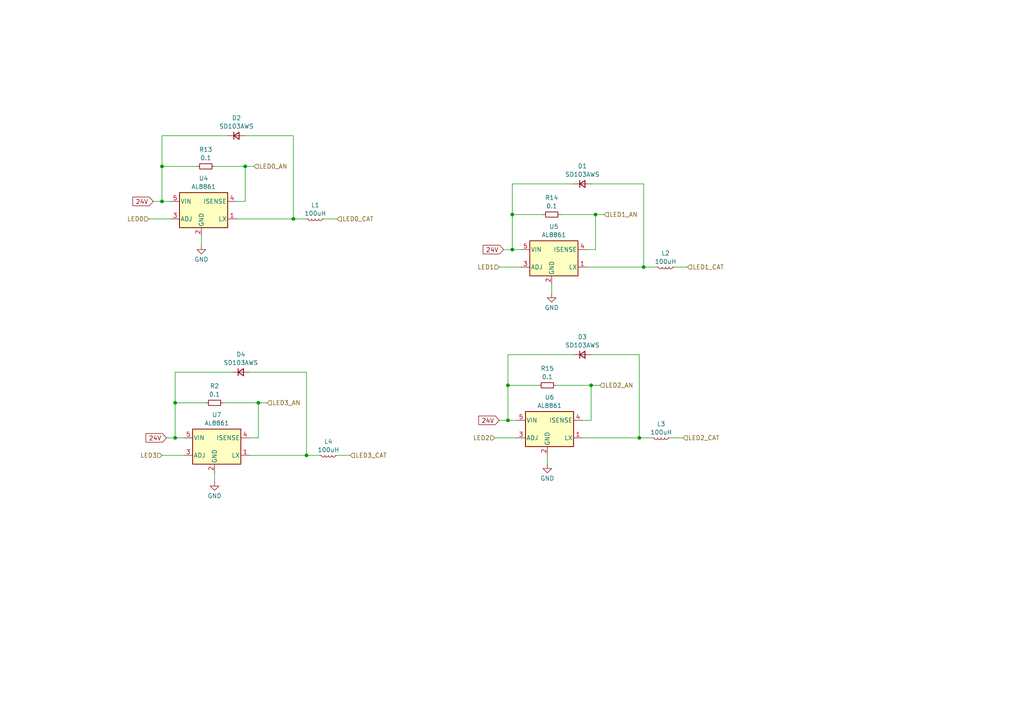
<source format=kicad_sch>
(kicad_sch (version 20230121) (generator eeschema)
  (paper "A4")
  (lib_symbols
    (symbol "Device:D_Small" (pin_numbers hide) (pin_names (offset 0.254) hide)
      (property "Reference" "D" (at -1.27 2.032 0))
      (property "Value" "D_Small" (at -3.81 -2.032 0))
      (symbol "D_Small_0_1"
        (polyline (pts (xy -0.762 -1.016) (xy -0.762 1.016)) (stroke (width 0.254)))
        (polyline (pts (xy -0.762 0) (xy 0.762 0)))
        (polyline (pts (xy 0.762 -1.016) (xy -0.762 0) (xy 0.762 1.016) (xy 0.762 -1.016)) (stroke (width 0.254)))
      )
      (symbol "D_Small_1_1"
        (pin passive line (at -2.54 0 0) (length 1.778) (name "K") (number "1"))
        (pin passive line (at 2.54 0 180) (length 1.778) (name "A") (number "2"))
      )
    )
    (symbol "Device:L_Small" (pin_numbers hide) (pin_names (offset 0.254) hide)
      (property "Reference" "L" (at 0.762 1.016 0))
      (property "Value" "L_Small" (at 0.762 -1.016 0))
      (symbol "L_Small_0_1"
        (arc (start 0 -2.032) (mid 0.5058 -1.524) (end 0 -1.016))
        (arc (start 0 -1.016) (mid 0.5058 -0.508) (end 0 0))
        (arc (start 0 0) (mid 0.5058 0.508) (end 0 1.016))
        (arc (start 0 1.016) (mid 0.5058 1.524) (end 0 2.032))
      )
      (symbol "L_Small_1_1"
        (pin passive line (at 0 2.54 270) (length 0.508) (name "~") (number "1"))
        (pin passive line (at 0 -2.54 90) (length 0.508) (name "~") (number "2"))
      )
    )
    (symbol "Device:R_Small" (pin_numbers hide) (pin_names (offset 0.254) hide)
      (property "Reference" "R" (at 0.762 0.508 0))
      (property "Value" "R_Small" (at 0.762 -1.016 0))
      (symbol "R_Small_0_1"
        (rectangle (start -0.762 1.778) (end 0.762 -1.778) (stroke (width 0.2032)))
      )
      (symbol "R_Small_1_1"
        (pin passive line (at 0 2.54 270) (length 0.762) (name "~") (number "1"))
        (pin passive line (at 0 -2.54 90) (length 0.762) (name "~") (number "2"))
      )
    )
    (symbol "Driver_LED:IS31LT3360" (pin_names (offset 0.254))
      (property "Reference" "U" (at -5.08 8.89 0))
      (property "Value" "IS31LT3360" (at 5.08 8.89 0))
      (symbol "IS31LT3360_0_1"
        (rectangle (start -6.35 7.62) (end 7.62 -2.54) (stroke (width 0.254)) (fill (type background)))
      )
      (symbol "IS31LT3360_1_1"
        (pin open_collector line (at 10.16 0 180) (length 2.54) (name "LX") (number "1"))
        (pin power_in line (at 0 -5.08 90) (length 2.54) (name "GND") (number "2"))
        (pin input line (at -8.89 0 0) (length 2.54) (name "ADJ") (number "3"))
        (pin input line (at 10.16 5.08 180) (length 2.54) (name "ISENSE") (number "4"))
        (pin power_in line (at -8.89 5.08 0) (length 2.54) (name "VIN") (number "5"))
      )
    )
    (symbol "power:GND" (power) (pin_names (offset 0))
      (property "Value" "GND" (at 0 -3.81 0))
      (symbol "GND_0_1"
        (polyline (pts (xy 0 0) (xy 0 -1.27) (xy 1.27 -1.27) (xy 0 -2.54) (xy -1.27 -1.27) (xy 0 -1.27)))
      )
      (symbol "GND_1_1"
        (pin power_in line (at 0 0 270) (length 0) hide (name "GND") (number "1"))
      )
    )
  )
  (junction (at 147.32 121.92))
  (junction (at 74.93 116.84))
  (junction (at 148.59 72.39))
  (junction (at 71.12 48.26))
  (junction (at 147.32 111.76))
  (junction (at 185.42 127))
  (junction (at 50.8 127))
  (junction (at 46.99 48.26))
  (junction (at 50.8 116.84))
  (junction (at 148.59 62.23))
  (junction (at 46.99 58.42))
  (junction (at 88.9 132.08))
  (junction (at 171.45 111.76))
  (junction (at 172.72 62.23))
  (junction (at 85.09 63.5))
  (junction (at 186.69 77.47))
  (wire (pts (xy 185.42 127) (xy 168.91 127)))
  (wire (pts (xy 172.72 72.39) (xy 170.18 72.39)))
  (wire (pts (xy 85.09 39.37) (xy 85.09 63.5)))
  (wire (pts (xy 43.18 63.5) (xy 49.53 63.5)))
  (wire (pts (xy 46.99 48.26) (xy 46.99 58.42)))
  (wire (pts (xy 48.26 127) (xy 50.8 127)))
  (wire (pts (xy 72.39 107.95) (xy 88.9 107.95)))
  (wire (pts (xy 144.78 121.92) (xy 147.32 121.92)))
  (wire (pts (xy 158.75 132.08) (xy 158.75 134.62)))
  (wire (pts (xy 186.69 77.47) (xy 170.18 77.47)))
  (wire (pts (xy 74.93 116.84) (xy 74.93 127)))
  (wire (pts (xy 144.78 77.47) (xy 151.13 77.47)))
  (wire (pts (xy 74.93 127) (xy 72.39 127)))
  (wire (pts (xy 50.8 116.84) (xy 50.8 127)))
  (wire (pts (xy 148.59 53.34) (xy 148.59 62.23)))
  (wire (pts (xy 88.9 132.08) (xy 92.71 132.08)))
  (wire (pts (xy 50.8 107.95) (xy 50.8 116.84)))
  (wire (pts (xy 171.45 102.87) (xy 185.42 102.87)))
  (wire (pts (xy 44.45 58.42) (xy 46.99 58.42)))
  (wire (pts (xy 50.8 127) (xy 53.34 127)))
  (wire (pts (xy 171.45 53.34) (xy 186.69 53.34)))
  (wire (pts (xy 67.31 107.95) (xy 50.8 107.95)))
  (wire (pts (xy 64.77 116.84) (xy 74.93 116.84)))
  (wire (pts (xy 171.45 111.76) (xy 173.99 111.76)))
  (wire (pts (xy 160.02 82.55) (xy 160.02 85.09)))
  (wire (pts (xy 171.45 121.92) (xy 168.91 121.92)))
  (wire (pts (xy 162.56 62.23) (xy 172.72 62.23)))
  (wire (pts (xy 66.04 39.37) (xy 46.99 39.37)))
  (wire (pts (xy 71.12 48.26) (xy 73.66 48.26)))
  (wire (pts (xy 171.45 111.76) (xy 171.45 121.92)))
  (wire (pts (xy 71.12 39.37) (xy 85.09 39.37)))
  (wire (pts (xy 68.58 63.5) (xy 85.09 63.5)))
  (wire (pts (xy 143.51 127) (xy 149.86 127)))
  (wire (pts (xy 88.9 107.95) (xy 88.9 132.08)))
  (wire (pts (xy 88.9 132.08) (xy 72.39 132.08)))
  (wire (pts (xy 194.31 127) (xy 198.12 127)))
  (wire (pts (xy 186.69 77.47) (xy 190.5 77.47)))
  (wire (pts (xy 161.29 111.76) (xy 171.45 111.76)))
  (wire (pts (xy 93.98 63.5) (xy 97.79 63.5)))
  (wire (pts (xy 46.99 58.42) (xy 49.53 58.42)))
  (wire (pts (xy 146.05 72.39) (xy 148.59 72.39)))
  (wire (pts (xy 71.12 58.42) (xy 68.58 58.42)))
  (wire (pts (xy 74.93 116.84) (xy 77.47 116.84)))
  (wire (pts (xy 71.12 48.26) (xy 71.12 58.42)))
  (wire (pts (xy 50.8 116.84) (xy 59.69 116.84)))
  (wire (pts (xy 85.09 63.5) (xy 88.9 63.5)))
  (wire (pts (xy 172.72 62.23) (xy 175.26 62.23)))
  (wire (pts (xy 148.59 62.23) (xy 157.48 62.23)))
  (wire (pts (xy 97.79 132.08) (xy 101.6 132.08)))
  (wire (pts (xy 195.58 77.47) (xy 199.39 77.47)))
  (wire (pts (xy 185.42 127) (xy 189.23 127)))
  (wire (pts (xy 46.99 132.08) (xy 53.34 132.08)))
  (wire (pts (xy 46.99 48.26) (xy 57.15 48.26)))
  (wire (pts (xy 186.69 53.34) (xy 186.69 77.47)))
  (wire (pts (xy 62.23 137.16) (xy 62.23 139.7)))
  (wire (pts (xy 172.72 62.23) (xy 172.72 72.39)))
  (wire (pts (xy 46.99 39.37) (xy 46.99 48.26)))
  (wire (pts (xy 166.37 102.87) (xy 147.32 102.87)))
  (wire (pts (xy 166.37 53.34) (xy 148.59 53.34)))
  (wire (pts (xy 148.59 62.23) (xy 148.59 72.39)))
  (wire (pts (xy 58.42 68.58) (xy 58.42 71.12)))
  (wire (pts (xy 62.23 48.26) (xy 71.12 48.26)))
  (wire (pts (xy 147.32 121.92) (xy 149.86 121.92)))
  (wire (pts (xy 185.42 102.87) (xy 185.42 127)))
  (wire (pts (xy 148.59 72.39) (xy 151.13 72.39)))
  (wire (pts (xy 147.32 102.87) (xy 147.32 111.76)))
  (wire (pts (xy 147.32 111.76) (xy 147.32 121.92)))
  (wire (pts (xy 147.32 111.76) (xy 156.21 111.76)))
  (global_label "24V" (shape input) (at 48.26 127 180) (property "Intersheetrefs" "${INTERSHEET_REFS}" (effects hide)))
  (global_label "24V" (shape input) (at 146.05 72.39 180) (property "Intersheetrefs" "${INTERSHEET_REFS}" (effects hide)))
  (global_label "24V" (shape input) (at 44.45 58.42 180) (property "Intersheetrefs" "${INTERSHEET_REFS}" (effects hide)))
  (global_label "24V" (shape input) (at 144.78 121.92 180) (property "Intersheetrefs" "${INTERSHEET_REFS}" (effects hide)))
  (hierarchical_label "LED3" (shape input) (at 46.99 132.08 180))
  (hierarchical_label "LED1" (shape input) (at 144.78 77.47 180))
  (hierarchical_label "LED3_CAT" (shape input) (at 101.6 132.08 0))
  (hierarchical_label "LED0" (shape input) (at 43.18 63.5 180))
  (hierarchical_label "LED0_AN" (shape input) (at 73.66 48.26 0))
  (hierarchical_label "LED0_CAT" (shape input) (at 97.79 63.5 0))
  (hierarchical_label "LED2_CAT" (shape input) (at 198.12 127 0))
  (hierarchical_label "LED1_AN" (shape input) (at 175.26 62.23 0))
  (hierarchical_label "LED3_AN" (shape input) (at 77.47 116.84 0))
  (hierarchical_label "LED2_AN" (shape input) (at 173.99 111.76 0))
  (hierarchical_label "LED1_CAT" (shape input) (at 199.39 77.47 0))
  (hierarchical_label "LED2" (shape input) (at 143.51 127 180))
  (symbol (lib_id "Device:D_Small") (at 168.91 102.87 0) (unit 1)
    (property "Reference" "D3" (at 168.91 97.7097 0))
    (property "Value" "SD103AWS" (at 168.91 100.1339 0))
    (property "Footprint" "Diode_SMD:D_SOD-323_HandSoldering" (effects hide))
    (property "Sim.Device" "D" (effects hide))
    (property "Sim.Pins" "1=K 2=A" (effects hide))
    (property "DigiKey P/N" "4530-SD103AWSCT-ND" (effects hide))
    (instances (project "io_board" (path "" (reference "D3") (unit 1)) (path "" (reference "D2") (unit 1))))
  )
  (symbol (lib_id "Device:L_Small") (at 95.25 132.08 270) (unit 1)
    (property "Reference" "L4" (at 95.25 128.0627 90))
    (property "Value" "100uH" (at 95.25 130.4869 90))
    (property "Footprint" "Inductor_SMD:L_Taiyo-Yuden_NR-80xx_HandSoldering" (effects hide))
    (property "DigiKey P/N" "4816-HPC8040NV-101MCT-ND" (effects hide))
  )
  (symbol (lib_id "Device:L_Small") (at 91.44 63.5 270) (unit 1)
    (property "Reference" "L1" (at 91.44 59.4827 90))
    (property "Value" "100uH" (at 91.44 61.9069 90))
    (property "Footprint" "Inductor_SMD:L_Taiyo-Yuden_NR-80xx_HandSoldering" (effects hide))
    (property "DigiKey P/N" "4816-HPC8040NV-101MCT-ND" (effects hide))
  )
  (symbol (lib_id "Device:D_Small") (at 69.85 107.95 0) (unit 1)
    (property "Reference" "D4" (at 69.85 102.7897 0))
    (property "Value" "SD103AWS" (at 69.85 105.2139 0))
    (property "Footprint" "Diode_SMD:D_SOD-323_HandSoldering" (effects hide))
    (property "Sim.Device" "D" (effects hide))
    (property "Sim.Pins" "1=K 2=A" (effects hide))
    (property "DigiKey P/N" "4530-SD103AWSCT-ND" (effects hide))
  )
  (symbol (lib_id "Device:R_Small") (at 62.23 116.84 90) (unit 1)
    (property "Reference" "R2" (at 62.23 111.9591 90))
    (property "Value" "0.1" (at 62.23 114.3833 90))
    (property "Footprint" "Resistor_SMD:R_0603_1608Metric_Pad0.98x0.95mm_HandSolder" (effects hide))
  )
  (symbol (lib_id "power:GND") (at 58.42 71.12 0) (unit 1)
    (property "Reference" "#PWR025" (effects hide))
    (property "Value" "GND" (at 58.42 75.2531 0))
    (instances (project "io_board" (path "" (reference "#PWR025") (unit 1)) (path "" (reference "#PWR028") (unit 1))))
  )
  (symbol (lib_id "power:GND") (at 158.75 134.62 0) (unit 1)
    (property "Reference" "#PWR032" (effects hide))
    (property "Value" "GND" (at 158.75 138.7531 0))
  )
  (symbol (lib_id "Device:R_Small") (at 160.02 62.23 90) (unit 1)
    (property "Reference" "R14" (at 160.02 57.3491 90))
    (property "Value" "0.1" (at 160.02 59.7733 90))
    (property "Footprint" "Resistor_SMD:R_0603_1608Metric_Pad0.98x0.95mm_HandSolder" (effects hide))
  )
  (symbol (lib_id "power:GND") (at 160.02 85.09 0) (unit 1)
    (property "Reference" "#PWR030" (effects hide))
    (property "Value" "GND" (at 160.02 89.2231 0))
    (instances (project "io_board" (path "" (reference "#PWR030") (unit 1)) (path "" (reference "#PWR033") (unit 1))))
  )
  (symbol (lib_id "Device:L_Small") (at 193.04 77.47 270) (unit 1)
    (property "Reference" "L2" (at 193.04 73.4527 90))
    (property "Value" "100uH" (at 193.04 75.8769 90))
    (property "Footprint" "Inductor_SMD:L_Taiyo-Yuden_NR-80xx_HandSoldering" (effects hide))
    (property "DigiKey P/N" "4816-HPC8040NV-101MCT-ND" (effects hide))
    (instances (project "io_board" (path "" (reference "L2") (unit 1)) (path "" (reference "L3") (unit 1))))
  )
  (symbol (lib_id "Device:L_Small") (at 191.77 127 270) (unit 1)
    (property "Reference" "L3" (at 191.77 122.9827 90))
    (property "Value" "100uH" (at 191.77 125.4069 90))
    (property "Footprint" "Inductor_SMD:L_Taiyo-Yuden_NR-80xx_HandSoldering" (effects hide))
    (property "DigiKey P/N" "4816-HPC8040NV-101MCT-ND" (effects hide))
    (instances (project "io_board" (path "" (reference "L3") (unit 1)) (path "" (reference "L2") (unit 1))))
  )
  (symbol (lib_id "Device:D_Small") (at 68.58 39.37 0) (unit 1)
    (property "Reference" "D2" (at 68.58 34.2097 0))
    (property "Value" "SD103AWS" (at 68.58 36.6339 0))
    (property "Footprint" "Diode_SMD:D_SOD-323_HandSoldering" (effects hide))
    (property "Sim.Device" "D" (effects hide))
    (property "Sim.Pins" "1=K 2=A" (effects hide))
    (property "DigiKey P/N" "4530-SD103AWSCT-ND" (effects hide))
    (instances (project "io_board" (path "" (reference "D2") (unit 1)) (path "" (reference "D1") (unit 1))))
  )
  (symbol (lib_id "Device:R_Small") (at 158.75 111.76 90) (unit 1)
    (property "Reference" "R15" (at 158.75 106.8791 90))
    (property "Value" "0.1" (at 158.75 109.3033 90))
    (property "Footprint" "Resistor_SMD:R_0603_1608Metric_Pad0.98x0.95mm_HandSolder" (effects hide))
  )
  (symbol (lib_id "Device:R_Small") (at 59.69 48.26 90) (unit 1)
    (property "Reference" "R13" (at 59.69 43.3791 90))
    (property "Value" "0.1" (at 59.69 45.8033 90))
    (property "Footprint" "Resistor_SMD:R_0603_1608Metric_Pad0.98x0.95mm_HandSolder" (effects hide))
  )
  (symbol (lib_id "Driver_LED:IS31LT3360") (at 160.02 77.47 0) (unit 1)
    (property "Reference" "U5" (at 160.655 65.7057 0))
    (property "Value" "AL8861" (at 160.655 68.1299 0))
    (property "Footprint" "Package_TO_SOT_SMD:TSOT-23-5_HandSoldering" (effects hide))
    (property "Datasheet" "http://www.issi.com/WW/pdf/31LT3360.pdf" (effects hide))
    (property "DigiKey P/N" "AL8861WT-7DICT-ND" (effects hide))
    (instances (project "io_board" (path "" (reference "U5") (unit 1)) (path "" (reference "U6") (unit 1))))
  )
  (symbol (lib_id "Driver_LED:IS31LT3360") (at 58.42 63.5 0) (unit 1)
    (property "Reference" "U4" (at 59.055 51.7357 0))
    (property "Value" "AL8861" (at 59.055 54.1599 0))
    (property "Footprint" "Package_TO_SOT_SMD:TSOT-23-5_HandSoldering" (effects hide))
    (property "Datasheet" "http://www.issi.com/WW/pdf/31LT3360.pdf" (effects hide))
    (property "DigiKey P/N" "AL8861WT-7DICT-ND" (effects hide))
  )
  (symbol (lib_id "Device:D_Small") (at 168.91 53.34 0) (unit 1)
    (property "Reference" "D1" (at 168.91 48.1797 0))
    (property "Value" "SD103AWS" (at 168.91 50.6039 0))
    (property "Footprint" "Diode_SMD:D_SOD-323_HandSoldering" (effects hide))
    (property "Sim.Device" "D" (effects hide))
    (property "Sim.Pins" "1=K 2=A" (effects hide))
    (property "DigiKey P/N" "4530-SD103AWSCT-ND" (effects hide))
    (instances (project "io_board" (path "" (reference "D1") (unit 1)) (path "" (reference "D3") (unit 1))))
  )
  (symbol (lib_id "power:GND") (at 62.23 139.7 0) (unit 1)
    (property "Reference" "#PWR034" (effects hide))
    (property "Value" "GND" (at 62.23 143.8331 0))
  )
  (symbol (lib_id "Driver_LED:IS31LT3360") (at 62.23 132.08 0) (unit 1)
    (property "Reference" "U7" (at 62.865 120.3157 0))
    (property "Value" "AL8861" (at 62.865 122.7399 0))
    (property "Footprint" "Package_TO_SOT_SMD:TSOT-23-5_HandSoldering" (effects hide))
    (property "Datasheet" "http://www.issi.com/WW/pdf/31LT3360.pdf" (effects hide))
    (property "DigiKey P/N" "AL8861WT-7DICT-ND" (effects hide))
  )
  (symbol (lib_id "Driver_LED:IS31LT3360") (at 158.75 127 0) (unit 1)
    (property "Reference" "U6" (at 159.385 115.2357 0))
    (property "Value" "AL8861" (at 159.385 117.6599 0))
    (property "Footprint" "Package_TO_SOT_SMD:TSOT-23-5_HandSoldering" (effects hide))
    (property "Datasheet" "http://www.issi.com/WW/pdf/31LT3360.pdf" (effects hide))
    (property "DigiKey P/N" "AL8861WT-7DICT-ND" (effects hide))
    (instances (project "io_board" (path "" (reference "U6") (unit 1)) (path "" (reference "U5") (unit 1))))
  )
)
</source>
